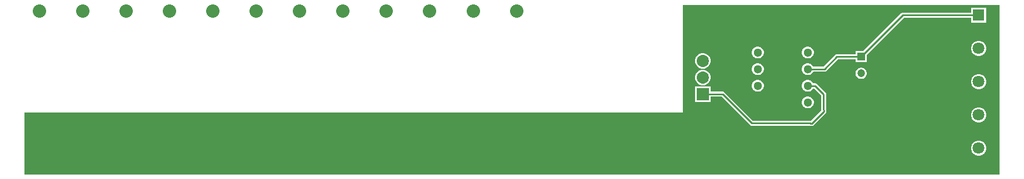
<source format=gtl>
G04*
G04 #@! TF.GenerationSoftware,Altium Limited,Altium Designer,21.8.1 (53)*
G04*
G04 Layer_Physical_Order=1*
G04 Layer_Color=255*
%FSLAX25Y25*%
%MOIN*%
G70*
G04*
G04 #@! TF.SameCoordinates,44C9CF5F-0DCB-41D1-9D9C-026A7C6AE30A*
G04*
G04*
G04 #@! TF.FilePolarity,Positive*
G04*
G01*
G75*
%ADD12C,0.01000*%
%ADD23C,0.07087*%
%ADD24R,0.07087X0.07087*%
%ADD25R,0.07323X0.07323*%
%ADD26C,0.07323*%
%ADD27C,0.05118*%
%ADD28R,0.04724X0.04724*%
%ADD29C,0.04724*%
%ADD30C,0.08000*%
G36*
X594000Y45000D02*
X9000D01*
Y82500D01*
X404000D01*
Y147000D01*
X594000D01*
Y45000D01*
D02*
G37*
%LPC*%
G36*
X586043Y145543D02*
X576957D01*
Y142529D01*
X536000D01*
X535415Y142413D01*
X534919Y142081D01*
X512199Y119362D01*
X507638D01*
Y117529D01*
X496500D01*
X495915Y117413D01*
X495419Y117081D01*
X488367Y110029D01*
X482227D01*
X481848Y110685D01*
X481185Y111348D01*
X480374Y111817D01*
X479469Y112059D01*
X478531D01*
X477626Y111817D01*
X476815Y111348D01*
X476152Y110685D01*
X475683Y109874D01*
X475441Y108969D01*
Y108031D01*
X475683Y107126D01*
X476152Y106315D01*
X476815Y105652D01*
X477626Y105183D01*
X478531Y104941D01*
X479469D01*
X480374Y105183D01*
X481185Y105652D01*
X481848Y106315D01*
X482227Y106971D01*
X489000D01*
X489585Y107087D01*
X490081Y107419D01*
X497133Y114471D01*
X507638D01*
Y112638D01*
X514362D01*
Y117199D01*
X536633Y139471D01*
X576957D01*
Y136457D01*
X586043D01*
Y145543D01*
D02*
G37*
G36*
X582098Y125543D02*
X580902D01*
X579746Y125234D01*
X578710Y124636D01*
X577865Y123790D01*
X577266Y122754D01*
X576957Y121598D01*
Y120402D01*
X577266Y119246D01*
X577865Y118210D01*
X578710Y117365D01*
X579746Y116766D01*
X580902Y116457D01*
X582098D01*
X583254Y116766D01*
X584290Y117365D01*
X585136Y118210D01*
X585734Y119246D01*
X586043Y120402D01*
Y121598D01*
X585734Y122754D01*
X585136Y123790D01*
X584290Y124636D01*
X583254Y125234D01*
X582098Y125543D01*
D02*
G37*
G36*
X479469Y122059D02*
X478531D01*
X477626Y121817D01*
X476815Y121348D01*
X476152Y120685D01*
X475683Y119874D01*
X475441Y118969D01*
Y118031D01*
X475683Y117126D01*
X476152Y116315D01*
X476815Y115652D01*
X477626Y115183D01*
X478531Y114941D01*
X479469D01*
X480374Y115183D01*
X481185Y115652D01*
X481848Y116315D01*
X482316Y117126D01*
X482559Y118031D01*
Y118969D01*
X482316Y119874D01*
X481848Y120685D01*
X481185Y121348D01*
X480374Y121817D01*
X479469Y122059D01*
D02*
G37*
G36*
X449469D02*
X448531D01*
X447626Y121817D01*
X446815Y121348D01*
X446152Y120685D01*
X445683Y119874D01*
X445441Y118969D01*
Y118031D01*
X445683Y117126D01*
X446152Y116315D01*
X446815Y115652D01*
X447626Y115183D01*
X448531Y114941D01*
X449469D01*
X450374Y115183D01*
X451185Y115652D01*
X451848Y116315D01*
X452317Y117126D01*
X452559Y118031D01*
Y118969D01*
X452317Y119874D01*
X451848Y120685D01*
X451185Y121348D01*
X450374Y121817D01*
X449469Y122059D01*
D02*
G37*
G36*
X416614Y118161D02*
X415386D01*
X414201Y117844D01*
X413138Y117230D01*
X412270Y116362D01*
X411656Y115299D01*
X411339Y114114D01*
Y112886D01*
X411656Y111701D01*
X412270Y110638D01*
X413138Y109770D01*
X414201Y109156D01*
X415386Y108839D01*
X416614D01*
X417799Y109156D01*
X418862Y109770D01*
X419730Y110638D01*
X420344Y111701D01*
X420661Y112886D01*
Y114114D01*
X420344Y115299D01*
X419730Y116362D01*
X418862Y117230D01*
X417799Y117844D01*
X416614Y118161D01*
D02*
G37*
G36*
X449469Y112059D02*
X448531D01*
X447626Y111817D01*
X446815Y111348D01*
X446152Y110685D01*
X445683Y109874D01*
X445441Y108969D01*
Y108031D01*
X445683Y107126D01*
X446152Y106315D01*
X446815Y105652D01*
X447626Y105183D01*
X448531Y104941D01*
X449469D01*
X450374Y105183D01*
X451185Y105652D01*
X451848Y106315D01*
X452317Y107126D01*
X452559Y108031D01*
Y108969D01*
X452317Y109874D01*
X451848Y110685D01*
X451185Y111348D01*
X450374Y111817D01*
X449469Y112059D01*
D02*
G37*
G36*
X511443Y109362D02*
X510557D01*
X509702Y109133D01*
X508936Y108690D01*
X508310Y108064D01*
X507867Y107298D01*
X507638Y106443D01*
Y105557D01*
X507867Y104702D01*
X508310Y103936D01*
X508936Y103310D01*
X509702Y102867D01*
X510557Y102638D01*
X511443D01*
X512298Y102867D01*
X513064Y103310D01*
X513690Y103936D01*
X514133Y104702D01*
X514362Y105557D01*
Y106443D01*
X514133Y107298D01*
X513690Y108064D01*
X513064Y108690D01*
X512298Y109133D01*
X511443Y109362D01*
D02*
G37*
G36*
X416614Y108161D02*
X415386D01*
X414201Y107844D01*
X413138Y107230D01*
X412270Y106362D01*
X411656Y105299D01*
X411339Y104114D01*
Y102886D01*
X411656Y101701D01*
X412270Y100638D01*
X413138Y99770D01*
X414201Y99156D01*
X415386Y98839D01*
X416614D01*
X417799Y99156D01*
X418862Y99770D01*
X419730Y100638D01*
X420344Y101701D01*
X420661Y102886D01*
Y104114D01*
X420344Y105299D01*
X419730Y106362D01*
X418862Y107230D01*
X417799Y107844D01*
X416614Y108161D01*
D02*
G37*
G36*
X582098Y105543D02*
X580902D01*
X579746Y105234D01*
X578710Y104636D01*
X577865Y103790D01*
X577266Y102754D01*
X576957Y101598D01*
Y100402D01*
X577266Y99246D01*
X577865Y98210D01*
X578710Y97364D01*
X579746Y96766D01*
X580902Y96457D01*
X582098D01*
X583254Y96766D01*
X584290Y97364D01*
X585136Y98210D01*
X585734Y99246D01*
X586043Y100402D01*
Y101598D01*
X585734Y102754D01*
X585136Y103790D01*
X584290Y104636D01*
X583254Y105234D01*
X582098Y105543D01*
D02*
G37*
G36*
X449469Y102059D02*
X448531D01*
X447626Y101816D01*
X446815Y101348D01*
X446152Y100685D01*
X445683Y99874D01*
X445441Y98969D01*
Y98031D01*
X445683Y97126D01*
X446152Y96315D01*
X446815Y95652D01*
X447626Y95183D01*
X448531Y94941D01*
X449469D01*
X450374Y95183D01*
X451185Y95652D01*
X451848Y96315D01*
X452317Y97126D01*
X452559Y98031D01*
Y98969D01*
X452317Y99874D01*
X451848Y100685D01*
X451185Y101348D01*
X450374Y101816D01*
X449469Y102059D01*
D02*
G37*
G36*
X479469Y92059D02*
X478531D01*
X477626Y91817D01*
X476815Y91348D01*
X476152Y90685D01*
X475683Y89874D01*
X475441Y88969D01*
Y88031D01*
X475683Y87126D01*
X476152Y86315D01*
X476815Y85652D01*
X477626Y85184D01*
X478531Y84941D01*
X479469D01*
X480374Y85184D01*
X481185Y85652D01*
X481848Y86315D01*
X482316Y87126D01*
X482559Y88031D01*
Y88969D01*
X482316Y89874D01*
X481848Y90685D01*
X481185Y91348D01*
X480374Y91817D01*
X479469Y92059D01*
D02*
G37*
G36*
Y102059D02*
X478531D01*
X477626Y101816D01*
X476815Y101348D01*
X476152Y100685D01*
X475683Y99874D01*
X475441Y98969D01*
Y98031D01*
X475683Y97126D01*
X476152Y96315D01*
X476815Y95652D01*
X477626Y95183D01*
X478531Y94941D01*
X479469D01*
X480374Y95183D01*
X481185Y95652D01*
X481848Y96315D01*
X482227Y96971D01*
X482866D01*
X486971Y92866D01*
Y84000D01*
X487031Y83694D01*
X480806Y77469D01*
X480500Y77529D01*
X446134D01*
X429081Y94581D01*
X428585Y94913D01*
X428000Y95029D01*
X420661D01*
Y98161D01*
X411339D01*
Y88839D01*
X420661D01*
Y91971D01*
X427366D01*
X444419Y74919D01*
X444915Y74587D01*
X445500Y74471D01*
X480155D01*
X480586Y74385D01*
X481414D01*
X481999Y74501D01*
X482496Y74833D01*
X489667Y82004D01*
X489999Y82500D01*
X490115Y83086D01*
Y83914D01*
X490029Y84346D01*
Y93500D01*
X489913Y94085D01*
X489581Y94581D01*
X484581Y99581D01*
X484085Y99913D01*
X483500Y100029D01*
X482227D01*
X481848Y100685D01*
X481185Y101348D01*
X480374Y101816D01*
X479469Y102059D01*
D02*
G37*
G36*
X582098Y85543D02*
X580902D01*
X579746Y85234D01*
X578710Y84636D01*
X577865Y83790D01*
X577266Y82754D01*
X576957Y81598D01*
Y80402D01*
X577266Y79246D01*
X577865Y78210D01*
X578710Y77364D01*
X579746Y76766D01*
X580902Y76457D01*
X582098D01*
X583254Y76766D01*
X584290Y77364D01*
X585136Y78210D01*
X585734Y79246D01*
X586043Y80402D01*
Y81598D01*
X585734Y82754D01*
X585136Y83790D01*
X584290Y84636D01*
X583254Y85234D01*
X582098Y85543D01*
D02*
G37*
G36*
Y65543D02*
X580902D01*
X579746Y65234D01*
X578710Y64635D01*
X577865Y63790D01*
X577266Y62754D01*
X576957Y61598D01*
Y60402D01*
X577266Y59246D01*
X577865Y58210D01*
X578710Y57364D01*
X579746Y56766D01*
X580902Y56457D01*
X582098D01*
X583254Y56766D01*
X584290Y57364D01*
X585136Y58210D01*
X585734Y59246D01*
X586043Y60402D01*
Y61598D01*
X585734Y62754D01*
X585136Y63790D01*
X584290Y64635D01*
X583254Y65234D01*
X582098Y65543D01*
D02*
G37*
%LPD*%
D12*
X479000Y98500D02*
X483500D01*
X488500Y93500D01*
Y84000D02*
Y93500D01*
X488586Y83086D02*
Y83914D01*
X481414Y75914D02*
X488586Y83086D01*
X488500Y84000D02*
X488586Y83914D01*
X480586Y75914D02*
X481414D01*
X480500Y76000D02*
X480586Y75914D01*
X428000Y93500D02*
X445500Y76000D01*
X480500D01*
X416000Y93500D02*
X428000D01*
X479000Y108500D02*
X489000D01*
X496500Y116000D02*
X511000D01*
X489000Y108500D02*
X496500Y116000D01*
X536000Y141000D02*
X581500D01*
X511000Y116000D02*
X536000Y141000D01*
D23*
X581500Y51000D02*
D03*
Y61000D02*
D03*
Y121000D02*
D03*
Y131000D02*
D03*
Y101000D02*
D03*
Y111000D02*
D03*
Y91000D02*
D03*
Y71000D02*
D03*
Y81000D02*
D03*
D24*
Y141000D02*
D03*
D25*
X416000Y93500D02*
D03*
D26*
Y103500D02*
D03*
Y113500D02*
D03*
D27*
X449000Y118500D02*
D03*
Y108500D02*
D03*
X479000D02*
D03*
Y118500D02*
D03*
X449000Y98500D02*
D03*
Y88500D02*
D03*
X479000Y98500D02*
D03*
Y88500D02*
D03*
D28*
X511000Y116000D02*
D03*
D29*
Y106000D02*
D03*
Y96000D02*
D03*
D30*
X304500Y143500D02*
D03*
Y63500D02*
D03*
X278500Y143500D02*
D03*
Y63500D02*
D03*
X252000Y143500D02*
D03*
Y63500D02*
D03*
X226000Y143500D02*
D03*
Y63500D02*
D03*
X200000Y143500D02*
D03*
Y63500D02*
D03*
X174000Y143500D02*
D03*
Y63500D02*
D03*
X148000Y143500D02*
D03*
Y63500D02*
D03*
X122000Y143500D02*
D03*
Y63500D02*
D03*
X96000Y143500D02*
D03*
Y63500D02*
D03*
X70000Y143500D02*
D03*
Y63500D02*
D03*
X44000Y143500D02*
D03*
Y63500D02*
D03*
X18000Y143500D02*
D03*
Y63500D02*
D03*
M02*

</source>
